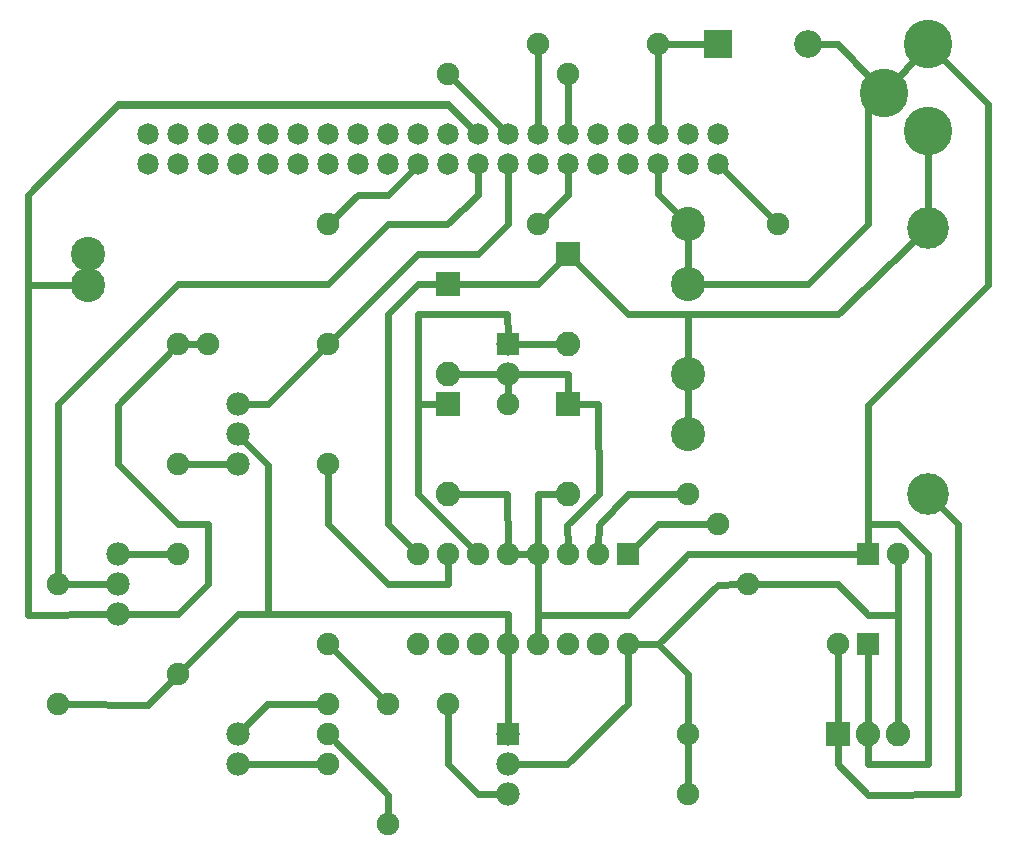
<source format=gbl>
G04 MADE WITH FRITZING*
G04 WWW.FRITZING.ORG*
G04 DOUBLE SIDED*
G04 HOLES PLATED*
G04 CONTOUR ON CENTER OF CONTOUR VECTOR*
%ASAXBY*%
%FSLAX23Y23*%
%MOIN*%
%OFA0B0*%
%SFA1.0B1.0*%
%ADD10C,0.114173*%
%ADD11C,0.075433*%
%ADD12C,0.078000*%
%ADD13C,0.162000*%
%ADD14C,0.075000*%
%ADD15C,0.071889*%
%ADD16C,0.071917*%
%ADD17C,0.082000*%
%ADD18C,0.138889*%
%ADD19C,0.092000*%
%ADD20R,0.075000X0.075000*%
%ADD21R,0.082000X0.082000*%
%ADD22R,0.078000X0.078000*%
%ADD23R,0.092000X0.092000*%
%ADD24C,0.024000*%
%LNCOPPER0*%
G90*
G70*
G54D10*
X2422Y2116D03*
X2422Y1616D03*
G54D11*
X2422Y416D03*
G54D12*
X522Y1016D03*
X522Y916D03*
X522Y816D03*
X922Y1316D03*
X922Y1416D03*
X922Y1516D03*
G54D11*
X1622Y516D03*
X2522Y1116D03*
X2422Y1216D03*
X1222Y1316D03*
X2622Y916D03*
X1822Y1516D03*
X2322Y2716D03*
X1222Y716D03*
G54D13*
X3223Y2428D03*
X3222Y2716D03*
X3075Y2553D03*
G54D14*
X3022Y1016D03*
X3122Y1016D03*
X3022Y716D03*
X2922Y716D03*
X1222Y516D03*
X1222Y416D03*
X1222Y316D03*
X1422Y516D03*
X1422Y116D03*
G54D12*
X922Y416D03*
X922Y316D03*
G54D15*
X2522Y2416D03*
X2422Y2416D03*
X2322Y2416D03*
X2222Y2416D03*
G54D16*
X2122Y2416D03*
G54D15*
X2022Y2416D03*
X1922Y2416D03*
X1822Y2416D03*
X1722Y2416D03*
G54D16*
X1622Y2416D03*
G54D15*
X1522Y2416D03*
G54D16*
X1422Y2416D03*
G54D15*
X1322Y2416D03*
X1222Y2416D03*
X1122Y2416D03*
X1022Y2416D03*
G54D16*
X922Y2416D03*
G54D15*
X822Y2416D03*
X722Y2416D03*
X622Y2416D03*
X622Y2316D03*
X722Y2316D03*
X822Y2316D03*
G54D16*
X922Y2316D03*
G54D15*
X1022Y2316D03*
X1122Y2316D03*
X1222Y2316D03*
X1322Y2316D03*
G54D16*
X1422Y2316D03*
G54D15*
X1522Y2316D03*
G54D16*
X1622Y2316D03*
G54D15*
X1722Y2316D03*
X1822Y2316D03*
X1922Y2316D03*
X2022Y2316D03*
G54D16*
X2122Y2316D03*
G54D15*
X2222Y2316D03*
X2322Y2316D03*
X2422Y2316D03*
X2522Y2316D03*
G54D14*
X722Y616D03*
X722Y1016D03*
X322Y516D03*
X322Y916D03*
G54D17*
X2922Y416D03*
X3022Y416D03*
X3122Y416D03*
G54D14*
X2222Y1016D03*
X2222Y716D03*
X2122Y1016D03*
X2122Y716D03*
X2022Y1016D03*
X2022Y716D03*
X1922Y1016D03*
X1922Y716D03*
X1822Y1016D03*
X1822Y716D03*
X1722Y1016D03*
X1722Y716D03*
X1622Y1016D03*
X1622Y716D03*
X1522Y1016D03*
X1522Y716D03*
G54D12*
X1822Y1716D03*
X1822Y1616D03*
G54D17*
X2022Y1516D03*
X2022Y1218D03*
X1622Y1516D03*
X1622Y1218D03*
X1622Y1916D03*
X1622Y1618D03*
X2022Y2016D03*
X2022Y1718D03*
G54D18*
X3222Y2105D03*
X3222Y1216D03*
G54D19*
X2522Y2716D03*
X2822Y2716D03*
G54D14*
X722Y1716D03*
X722Y1316D03*
X822Y1716D03*
X1222Y1716D03*
G54D12*
X1822Y416D03*
X1822Y316D03*
X1822Y216D03*
G54D11*
X1222Y2116D03*
X1621Y2617D03*
X1922Y2716D03*
X2022Y2616D03*
X1922Y2118D03*
X2722Y2116D03*
G54D10*
X423Y1915D03*
X2422Y1416D03*
X2422Y1916D03*
G54D11*
X2422Y216D03*
G54D10*
X422Y2016D03*
G54D20*
X3022Y1016D03*
X3022Y716D03*
G54D21*
X2922Y416D03*
G54D20*
X2222Y1016D03*
G54D22*
X1822Y1716D03*
G54D21*
X2022Y1517D03*
X1622Y1517D03*
X1622Y1917D03*
X2022Y2017D03*
G54D23*
X2522Y2716D03*
G54D22*
X1822Y416D03*
G54D24*
X3022Y2516D02*
X3017Y2512D01*
D02*
X3022Y2117D02*
X3022Y2516D01*
D02*
X2823Y1917D02*
X3022Y2117D01*
D02*
X2423Y1916D02*
X2823Y1917D01*
D02*
X2422Y2087D02*
X2423Y1916D01*
D02*
X2322Y2217D02*
X2322Y2283D01*
D02*
X2401Y2137D02*
X2322Y2217D01*
D02*
X2421Y1817D02*
X2922Y1817D01*
D02*
X2922Y1817D02*
X3192Y2076D01*
D02*
X2421Y1645D02*
X2421Y1817D01*
D02*
X2421Y616D02*
X2422Y445D01*
D02*
X2322Y717D02*
X2421Y616D01*
D02*
X2250Y716D02*
X2322Y717D01*
D02*
X2021Y1616D02*
X2021Y1548D01*
D02*
X1852Y1616D02*
X2021Y1616D01*
D02*
X2019Y1114D02*
X2021Y1045D01*
D02*
X2121Y1516D02*
X2124Y1218D01*
D02*
X2124Y1218D02*
X2019Y1114D01*
D02*
X2054Y1516D02*
X2121Y1516D01*
D02*
X1820Y1216D02*
X1821Y1045D01*
D02*
X1654Y1218D02*
X1820Y1216D01*
D02*
X1921Y1216D02*
X1921Y1045D01*
D02*
X1990Y1217D02*
X1921Y1216D01*
D02*
X1522Y1216D02*
X1701Y1036D01*
D02*
X1522Y1516D02*
X1522Y1216D01*
D02*
X1590Y1516D02*
X1522Y1516D01*
D02*
X1423Y1816D02*
X1523Y1917D01*
D02*
X1523Y1917D02*
X1590Y1916D01*
D02*
X1422Y1117D02*
X1423Y1816D01*
D02*
X1502Y1036D02*
X1422Y1117D01*
D02*
X1522Y1516D02*
X1590Y1516D01*
D02*
X1522Y1817D02*
X1522Y1516D01*
D02*
X1820Y1817D02*
X1522Y1817D01*
D02*
X1821Y1746D02*
X1820Y1817D01*
D02*
X2221Y1817D02*
X2044Y1993D01*
D02*
X3192Y2076D02*
X2922Y1816D01*
D02*
X2922Y1816D02*
X2221Y1817D01*
D02*
X1822Y687D02*
X1822Y446D01*
D02*
X2019Y317D02*
X1852Y316D01*
D02*
X2222Y687D02*
X2223Y516D01*
D02*
X2223Y516D02*
X2019Y317D01*
D02*
X1021Y1516D02*
X952Y1516D01*
D02*
X1201Y1696D02*
X1021Y1516D01*
D02*
X793Y1716D02*
X750Y1716D01*
D02*
X693Y1016D02*
X552Y1016D01*
D02*
X721Y1116D02*
X521Y1316D01*
D02*
X521Y1316D02*
X521Y1515D01*
D02*
X822Y1117D02*
X721Y1116D01*
D02*
X821Y917D02*
X822Y1117D01*
D02*
X722Y816D02*
X821Y917D01*
D02*
X521Y1515D02*
X701Y1696D01*
D02*
X552Y816D02*
X722Y816D01*
D02*
X350Y916D02*
X492Y916D01*
D02*
X622Y515D02*
X702Y596D01*
D02*
X350Y516D02*
X622Y515D01*
D02*
X2922Y2717D02*
X2859Y2716D01*
D02*
X3027Y2604D02*
X2922Y2717D01*
D02*
X1421Y215D02*
X1242Y396D01*
D02*
X1421Y145D02*
X1421Y215D01*
D02*
X1193Y316D02*
X952Y316D01*
D02*
X1020Y517D02*
X1193Y516D01*
D02*
X943Y438D02*
X1020Y517D01*
D02*
X1523Y2017D02*
X1721Y2017D01*
D02*
X1821Y2118D02*
X1822Y2283D01*
D02*
X1721Y2017D02*
X1821Y2118D01*
D02*
X1242Y1736D02*
X1523Y2017D01*
D02*
X722Y1917D02*
X322Y1516D01*
D02*
X1221Y1917D02*
X722Y1917D01*
D02*
X1423Y2118D02*
X1221Y1917D01*
D02*
X322Y1516D02*
X322Y945D01*
D02*
X1620Y2118D02*
X1423Y2118D01*
D02*
X1721Y2215D02*
X1620Y2118D01*
D02*
X1721Y2283D02*
X1721Y2215D01*
D02*
X521Y2516D02*
X1621Y2517D01*
D02*
X1621Y2517D02*
X1698Y2440D01*
D02*
X221Y2215D02*
X521Y2516D01*
D02*
X2322Y2687D02*
X2322Y2449D01*
D02*
X2350Y2716D02*
X2485Y2716D01*
D02*
X3175Y2664D02*
X3122Y2605D01*
D02*
X3222Y2146D02*
X3222Y2354D01*
D02*
X3322Y1116D02*
X3323Y216D01*
D02*
X3323Y216D02*
X3021Y215D01*
D02*
X3021Y215D02*
X2922Y316D01*
D02*
X2922Y316D02*
X2922Y384D01*
D02*
X3251Y1187D02*
X3322Y1116D01*
D02*
X2922Y687D02*
X2922Y448D01*
D02*
X1922Y987D02*
X1922Y745D01*
D02*
X1822Y816D02*
X1021Y816D01*
D02*
X1021Y816D02*
X1021Y1315D01*
D02*
X1822Y745D02*
X1822Y816D01*
D02*
X1021Y1315D02*
X943Y1395D01*
D02*
X1422Y916D02*
X1621Y916D01*
D02*
X1621Y916D02*
X1622Y987D01*
D02*
X1222Y1117D02*
X1422Y916D01*
D02*
X1222Y1287D02*
X1222Y1117D01*
D02*
X1893Y1016D02*
X1850Y1016D01*
D02*
X2223Y1218D02*
X2124Y1114D01*
D02*
X2124Y1114D02*
X2122Y1045D01*
D02*
X2393Y1216D02*
X2223Y1218D01*
D02*
X2322Y1116D02*
X2242Y1036D01*
D02*
X2493Y1116D02*
X2322Y1116D01*
D02*
X3122Y448D02*
X3122Y987D01*
D02*
X3021Y815D02*
X3122Y815D01*
D02*
X2922Y916D02*
X3021Y815D01*
D02*
X3122Y815D02*
X3122Y987D01*
D02*
X2650Y916D02*
X2922Y916D01*
D02*
X221Y814D02*
X221Y2215D01*
D02*
X492Y816D02*
X221Y814D01*
D02*
X1622Y317D02*
X1622Y487D01*
D02*
X1723Y216D02*
X1622Y317D01*
D02*
X1792Y216D02*
X1723Y216D01*
D02*
X1401Y536D02*
X1242Y696D01*
D02*
X1654Y1618D02*
X1792Y1616D01*
D02*
X1822Y1586D02*
X1822Y1545D01*
D02*
X1990Y1718D02*
X1852Y1716D01*
D02*
X1922Y1917D02*
X1654Y1916D01*
D02*
X1999Y1993D02*
X1922Y1917D01*
D02*
X3021Y1515D02*
X3422Y1915D01*
D02*
X3422Y1915D02*
X3422Y2517D01*
D02*
X3422Y2517D02*
X3271Y2667D01*
D02*
X3022Y1045D02*
X3021Y1515D01*
D02*
X3022Y687D02*
X3022Y448D01*
D02*
X3222Y1016D02*
X3222Y316D01*
D02*
X3122Y1116D02*
X3222Y1016D01*
D02*
X3022Y1116D02*
X3122Y1116D01*
D02*
X3222Y316D02*
X3022Y316D01*
D02*
X3022Y316D02*
X3022Y384D01*
D02*
X3022Y1045D02*
X3022Y1116D01*
D02*
X1921Y815D02*
X2222Y815D01*
D02*
X2222Y815D02*
X2422Y1016D01*
D02*
X2422Y1016D02*
X2993Y1016D01*
D02*
X1921Y745D02*
X1921Y815D01*
D02*
X2522Y915D02*
X2321Y716D01*
D02*
X2321Y716D02*
X2250Y716D01*
D02*
X2593Y916D02*
X2522Y915D01*
D02*
X1822Y816D02*
X1822Y745D01*
D02*
X923Y817D02*
X1822Y816D01*
D02*
X742Y636D02*
X923Y817D01*
D02*
X892Y1316D02*
X750Y1316D01*
D02*
X1322Y2215D02*
X1423Y2215D01*
D02*
X1242Y2136D02*
X1322Y2215D01*
D02*
X1423Y2215D02*
X1498Y2292D01*
D02*
X1641Y2596D02*
X1798Y2440D01*
D02*
X1922Y2687D02*
X1921Y2516D01*
D02*
X1921Y2516D02*
X1921Y2449D01*
D02*
X2022Y2587D02*
X2022Y2449D01*
D02*
X2022Y2283D02*
X2023Y2215D01*
D02*
X2023Y2215D02*
X1943Y2138D01*
D02*
X2701Y2136D02*
X2545Y2293D01*
D02*
X221Y1915D02*
X395Y1915D01*
D02*
X221Y2215D02*
X221Y1915D01*
D02*
X521Y2514D02*
X221Y2215D01*
D02*
X1622Y2514D02*
X521Y2514D01*
D02*
X1698Y2439D02*
X1622Y2514D01*
D02*
X2422Y1587D02*
X2422Y1445D01*
D02*
X2422Y2087D02*
X2422Y1945D01*
D02*
X2422Y387D02*
X2422Y245D01*
D02*
X423Y1944D02*
X422Y1987D01*
G04 End of Copper0*
M02*
</source>
